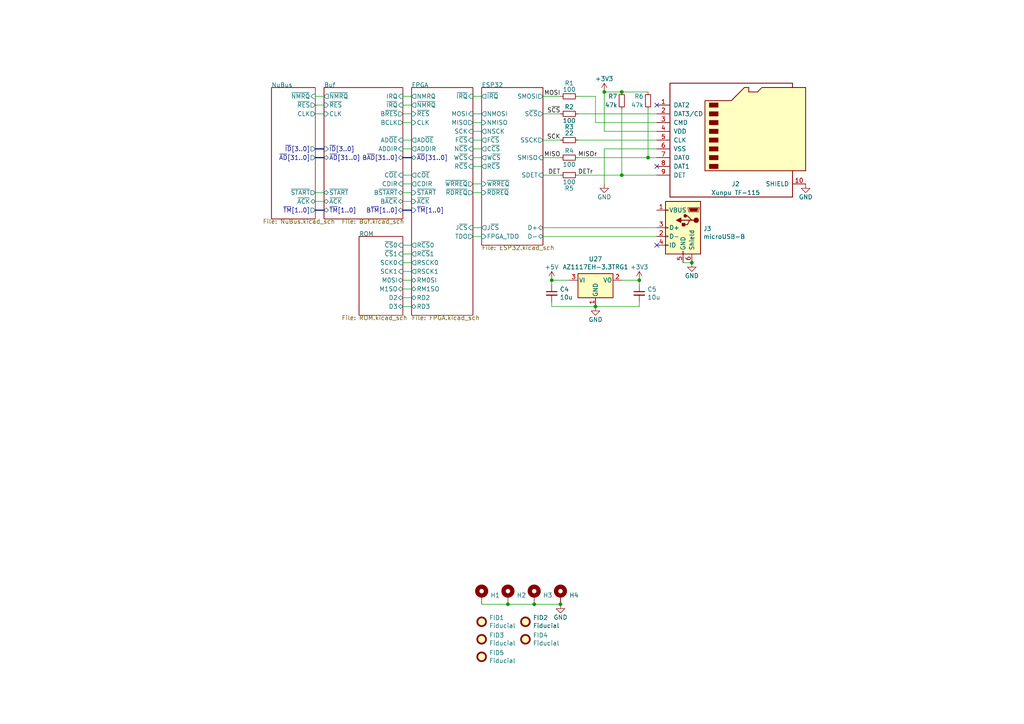
<source format=kicad_sch>
(kicad_sch (version 20211123) (generator eeschema)
  (paper "A4")
  (title_block (title "NuBus-ESP32") (date "2022-05-04") (rev "0.2") (company "Garrett's Workshop"))
  (lib_symbols
    (symbol "Connector:USB_B_Micro" (pin_names (offset 1.016))
      (property "Reference" "J" (at -5.08 11.43 0))
      (property "Value" "USB_B_Micro" (at -5.08 8.89 0))
      (symbol "USB_B_Micro_0_1"
        (rectangle (start -5.08 -7.62) (end 5.08 7.62) (stroke (width 0.254)) (fill (type background)))
        (circle (center -3.81 2.159) (radius 0.635) (stroke (width 0.254)) (fill (type outline)))
        (circle (center -0.635 3.429) (radius 0.381) (stroke (width 0.254)) (fill (type outline)))
        (rectangle (start -0.127 -7.62) (end 0.127 -6.858))
        (polyline (pts (xy -1.905 2.159) (xy 0.635 2.159)) (stroke (width 0.254)))
        (polyline (pts (xy -3.175 2.159) (xy -2.54 2.159) (xy -1.27 3.429) (xy -0.635 3.429)) (stroke (width 0.254)))
        (polyline (pts (xy -2.54 2.159) (xy -1.905 2.159) (xy -1.27 0.889) (xy 0 0.889)) (stroke (width 0.254)))
        (polyline (pts (xy 0.635 2.794) (xy 0.635 1.524) (xy 1.905 2.159) (xy 0.635 2.794)) (stroke (width 0.254)) (fill (type outline)))
        (polyline (pts (xy -4.318 5.588) (xy -1.778 5.588) (xy -2.032 4.826) (xy -4.064 4.826) (xy -4.318 5.588)) (fill (type outline)))
        (polyline (pts (xy -4.699 5.842) (xy -4.699 5.588) (xy -4.445 4.826) (xy -4.445 4.572) (xy -1.651 4.572) (xy -1.651 4.826) (xy -1.397 5.588) (xy -1.397 5.842) (xy -4.699 5.842)))
        (rectangle (start 0.254 1.27) (end -0.508 0.508) (stroke (width 0.254)) (fill (type outline)))
        (rectangle (start 5.08 -5.207) (end 4.318 -4.953))
        (rectangle (start 5.08 -2.667) (end 4.318 -2.413))
        (rectangle (start 5.08 -0.127) (end 4.318 0.127))
        (rectangle (start 5.08 4.953) (end 4.318 5.207))
      )
      (symbol "USB_B_Micro_1_1"
        (pin power_out line (at 7.62 5.08 180) (length 2.54) (name "VBUS") (number "1"))
        (pin bidirectional line (at 7.62 -2.54 180) (length 2.54) (name "D-") (number "2"))
        (pin bidirectional line (at 7.62 0 180) (length 2.54) (name "D+") (number "3"))
        (pin passive line (at 7.62 -5.08 180) (length 2.54) (name "ID") (number "4"))
        (pin power_out line (at 0 -10.16 90) (length 2.54) (name "GND") (number "5"))
        (pin passive line (at -2.54 -10.16 90) (length 2.54) (name "Shield") (number "6"))
      )
    )
    (symbol "Device:C_Small" (pin_numbers hide) (pin_names (offset 0.254) hide)
      (property "Reference" "C" (at 0.254 1.778 0))
      (property "Value" "C_Small" (at 0.254 -2.032 0))
      (symbol "C_Small_0_1"
        (polyline (pts (xy -1.524 -0.508) (xy 1.524 -0.508)) (stroke (width 0.3302)))
        (polyline (pts (xy -1.524 0.508) (xy 1.524 0.508)) (stroke (width 0.3048)))
      )
      (symbol "C_Small_1_1"
        (pin passive line (at 0 2.54 270) (length 2.032) (name "~") (number "1"))
        (pin passive line (at 0 -2.54 90) (length 2.032) (name "~") (number "2"))
      )
    )
    (symbol "Device:R_Small" (pin_numbers hide) (pin_names (offset 0.254) hide)
      (property "Reference" "R" (at 0.762 0.508 0))
      (property "Value" "R_Small" (at 0.762 -1.016 0))
      (symbol "R_Small_0_1"
        (rectangle (start -0.762 1.778) (end 0.762 -1.778) (stroke (width 0.2032)))
      )
      (symbol "R_Small_1_1"
        (pin passive line (at 0 2.54 270) (length 0.762) (name "~") (number "1"))
        (pin passive line (at 0 -2.54 90) (length 0.762) (name "~") (number "2"))
      )
    )
    (symbol "GW_Connector:Micro_SD_SingleDet" (pin_names (offset 1.016))
      (property "Reference" "J" (at -16.51 17.78 0))
      (property "Value" "Micro_SD_SingleDet" (at 16.51 17.78 0))
      (symbol "Micro_SD_SingleDet_0_1"
        (rectangle (start -7.62 -6.985) (end -5.08 -8.255) (fill (type outline)))
        (rectangle (start -7.62 -4.445) (end -5.08 -5.715) (fill (type outline)))
        (rectangle (start -7.62 -1.905) (end -5.08 -3.175) (fill (type outline)))
        (rectangle (start -7.62 0.635) (end -5.08 -0.635) (fill (type outline)))
        (rectangle (start -7.62 3.175) (end -5.08 1.905) (fill (type outline)))
        (rectangle (start -7.62 5.715) (end -5.08 4.445) (fill (type outline)))
        (rectangle (start -7.62 8.255) (end -5.08 6.985) (fill (type outline)))
        (rectangle (start -7.62 10.795) (end -5.08 9.525) (fill (type outline)))
        (polyline (pts (xy 16.51 15.24) (xy 16.51 16.51) (xy -19.05 16.51) (xy -19.05 -16.51) (xy 16.51 -16.51) (xy 16.51 -8.89)) (stroke (width 0.254)))
        (polyline (pts (xy -8.89 -8.89) (xy -8.89 11.43) (xy -1.27 11.43) (xy 2.54 15.24) (xy 3.81 15.24) (xy 3.81 13.97) (xy 6.35 13.97) (xy 7.62 15.24) (xy 20.32 15.24) (xy 20.32 -8.89) (xy -8.89 -8.89)) (stroke (width 0.254)) (fill (type background)))
      )
      (symbol "Micro_SD_SingleDet_1_1"
        (pin bidirectional line (at -22.86 10.16 0) (length 3.81) (name "DAT2") (number "1"))
        (pin passive line (at 20.32 -12.7 180) (length 3.81) (name "SHIELD") (number "10"))
        (pin bidirectional line (at -22.86 7.62 0) (length 3.81) (name "DAT3/CD") (number "2"))
        (pin input line (at -22.86 5.08 0) (length 3.81) (name "CMD") (number "3"))
        (pin power_in line (at -22.86 2.54 0) (length 3.81) (name "VDD") (number "4"))
        (pin input line (at -22.86 0 0) (length 3.81) (name "CLK") (number "5"))
        (pin power_in line (at -22.86 -2.54 0) (length 3.81) (name "VSS") (number "6"))
        (pin input line (at -22.86 -5.08 0) (length 3.81) (name "DAT0") (number "7"))
        (pin input line (at -22.86 -7.62 0) (length 3.81) (name "DAT1") (number "8"))
        (pin passive line (at -22.86 -10.16 0) (length 3.81) (name "DET") (number "9"))
      )
    )
    (symbol "GW_Power:AP1117-33" (pin_names (offset 0.254))
      (property "Reference" "U" (at -3.81 3.175 0))
      (property "Value" "AP1117-33" (at 0 3.175 0))
      (symbol "AP1117-33_0_1"
        (rectangle (start -5.08 -5.08) (end 5.08 1.905) (stroke (width 0.254)) (fill (type background)))
      )
      (symbol "AP1117-33_1_1"
        (pin power_in line (at 0 -7.62 90) (length 2.54) (name "GND") (number "1"))
        (pin power_out line (at 7.62 0 180) (length 2.54) (name "VO") (number "2"))
        (pin power_in line (at -7.62 0 0) (length 2.54) (name "VI") (number "3"))
      )
    )
    (symbol "Mechanical:Fiducial"
      (property "Reference" "FID" (at 0 5.08 0))
      (property "Value" "Fiducial" (at 0 3.175 0))
      (symbol "Fiducial_0_1"
        (circle (center 0 0) (radius 1.27) (stroke (width 0.508)) (fill (type background)))
      )
    )
    (symbol "Mechanical:MountingHole_Pad" (pin_numbers hide) (pin_names (offset 1.016) hide)
      (property "Reference" "H" (at 0 6.35 0))
      (property "Value" "MountingHole_Pad" (at 0 4.445 0))
      (symbol "MountingHole_Pad_0_1"
        (circle (center 0 1.27) (radius 1.27) (stroke (width 1.27)))
      )
      (symbol "MountingHole_Pad_1_1"
        (pin input line (at 0 -2.54 90) (length 2.54) (name "1") (number "1"))
      )
    )
    (symbol "power:+3V3" (power) (pin_names (offset 0))
      (property "Value" "+3V3" (at 0 3.556 0))
      (symbol "+3V3_0_1"
        (polyline (pts (xy -0.762 1.27) (xy 0 2.54)))
        (polyline (pts (xy 0 0) (xy 0 2.54)))
        (polyline (pts (xy 0 2.54) (xy 0.762 1.27)))
      )
      (symbol "+3V3_1_1"
        (pin power_in line (at 0 0 90) (length 0) hide (name "+3V3") (number "1"))
      )
    )
    (symbol "power:+5V" (power) (pin_names (offset 0))
      (property "Value" "+5V" (at 0 3.556 0))
      (symbol "+5V_0_1"
        (polyline (pts (xy -0.762 1.27) (xy 0 2.54)))
        (polyline (pts (xy 0 0) (xy 0 2.54)))
        (polyline (pts (xy 0 2.54) (xy 0.762 1.27)))
      )
      (symbol "+5V_1_1"
        (pin power_in line (at 0 0 90) (length 0) hide (name "+5V") (number "1"))
      )
    )
    (symbol "power:GND" (power) (pin_names (offset 0))
      (property "Value" "GND" (at 0 -3.81 0))
      (symbol "GND_0_1"
        (polyline (pts (xy 0 0) (xy 0 -1.27) (xy 1.27 -1.27) (xy 0 -2.54) (xy -1.27 -1.27) (xy 0 -1.27)))
      )
      (symbol "GND_1_1"
        (pin power_in line (at 0 0 270) (length 0) hide (name "GND") (number "1"))
      )
    )
  )
  (junction (at 147.32 175.26))
  (junction (at 200.66 76.2))
  (junction (at 180.34 50.8))
  (junction (at 187.96 45.72))
  (junction (at 185.42 81.28))
  (junction (at 162.56 175.26))
  (junction (at 172.72 88.9))
  (junction (at 154.94 175.26))
  (junction (at 175.26 26.67))
  (junction (at 160.02 81.28))
  (junction (at 180.34 26.67))
  (no_connect (at 190.5 48.26))
  (no_connect (at 190.5 71.12))
  (no_connect (at 190.5 30.48))
  (wire (pts (xy 157.48 33.02) (xy 162.56 33.02)))
  (wire (pts (xy 180.34 26.67) (xy 187.96 26.67)))
  (wire (pts (xy 91.44 58.42) (xy 93.98 58.42)))
  (wire (pts (xy 157.48 45.72) (xy 162.56 45.72)))
  (wire (pts (xy 116.84 33.02) (xy 119.38 33.02)))
  (wire (pts (xy 200.66 76.2) (xy 198.12 76.2)))
  (wire (pts (xy 91.44 33.02) (xy 93.98 33.02)))
  (wire (pts (xy 137.16 43.18) (xy 139.7 43.18)))
  (wire (pts (xy 185.42 88.9) (xy 172.72 88.9)))
  (wire (pts (xy 116.84 58.42) (xy 119.38 58.42)))
  (wire (pts (xy 167.64 27.94) (xy 172.72 27.94)))
  (wire (pts (xy 137.16 27.94) (xy 139.7 27.94)))
  (wire (pts (xy 167.64 50.8) (xy 180.34 50.8)))
  (wire (pts (xy 175.26 43.18) (xy 190.5 43.18)))
  (wire (pts (xy 137.16 45.72) (xy 139.7 45.72)))
  (wire (pts (xy 187.96 45.72) (xy 190.5 45.72)))
  (wire (pts (xy 180.34 50.8) (xy 190.5 50.8)))
  (wire (pts (xy 116.84 30.48) (xy 119.38 30.48)))
  (wire (pts (xy 137.16 55.88) (xy 139.7 55.88)))
  (wire (pts (xy 175.26 38.1) (xy 190.5 38.1)))
  (wire (pts (xy 137.16 40.64) (xy 139.7 40.64)))
  (wire (pts (xy 91.44 55.88) (xy 93.98 55.88)))
  (bus (pts (xy 116.84 45.72) (xy 119.38 45.72)))
  (wire (pts (xy 165.1 81.28) (xy 160.02 81.28)))
  (bus (pts (xy 91.44 43.18) (xy 93.98 43.18)))
  (wire (pts (xy 160.02 88.9) (xy 172.72 88.9)))
  (wire (pts (xy 167.64 45.72) (xy 187.96 45.72)))
  (wire (pts (xy 116.84 81.28) (xy 119.38 81.28)))
  (wire (pts (xy 160.02 81.28) (xy 160.02 82.55)))
  (wire (pts (xy 116.84 55.88) (xy 119.38 55.88)))
  (wire (pts (xy 167.64 40.64) (xy 190.5 40.64)))
  (wire (pts (xy 116.84 53.34) (xy 119.38 53.34)))
  (wire (pts (xy 162.56 27.94) (xy 157.48 27.94)))
  (wire (pts (xy 116.84 83.82) (xy 119.38 83.82)))
  (wire (pts (xy 147.32 175.26) (xy 154.94 175.26)))
  (wire (pts (xy 175.26 53.34) (xy 175.26 43.18)))
  (wire (pts (xy 157.48 40.64) (xy 162.56 40.64)))
  (wire (pts (xy 116.84 71.12) (xy 119.38 71.12)))
  (wire (pts (xy 157.48 68.58) (xy 190.5 68.58)))
  (wire (pts (xy 116.84 40.64) (xy 119.38 40.64)))
  (bus (pts (xy 116.84 60.96) (xy 119.38 60.96)))
  (wire (pts (xy 91.44 30.48) (xy 93.98 30.48)))
  (bus (pts (xy 91.44 45.72) (xy 93.98 45.72)))
  (wire (pts (xy 185.42 81.28) (xy 180.34 81.28)))
  (wire (pts (xy 187.96 45.72) (xy 187.96 31.75)))
  (wire (pts (xy 116.84 35.56) (xy 119.38 35.56)))
  (wire (pts (xy 116.84 76.2) (xy 119.38 76.2)))
  (wire (pts (xy 172.72 35.56) (xy 190.5 35.56)))
  (wire (pts (xy 190.5 33.02) (xy 167.64 33.02)))
  (wire (pts (xy 137.16 38.1) (xy 139.7 38.1)))
  (wire (pts (xy 180.34 50.8) (xy 180.34 31.75)))
  (wire (pts (xy 116.84 86.36) (xy 119.38 86.36)))
  (wire (pts (xy 137.16 53.34) (xy 139.7 53.34)))
  (wire (pts (xy 137.16 66.04) (xy 139.7 66.04)))
  (wire (pts (xy 185.42 87.63) (xy 185.42 88.9)))
  (wire (pts (xy 116.84 43.18) (xy 119.38 43.18)))
  (wire (pts (xy 116.84 78.74) (xy 119.38 78.74)))
  (wire (pts (xy 137.16 33.02) (xy 139.7 33.02)))
  (bus (pts (xy 91.44 60.96) (xy 93.98 60.96)))
  (wire (pts (xy 160.02 87.63) (xy 160.02 88.9)))
  (wire (pts (xy 137.16 68.58) (xy 139.7 68.58)))
  (wire (pts (xy 175.26 26.67) (xy 180.34 26.67)))
  (wire (pts (xy 91.44 27.94) (xy 93.98 27.94)))
  (wire (pts (xy 172.72 27.94) (xy 172.72 35.56)))
  (wire (pts (xy 116.84 73.66) (xy 119.38 73.66)))
  (wire (pts (xy 157.48 66.04) (xy 190.5 66.04)))
  (wire (pts (xy 154.94 175.26) (xy 162.56 175.26)))
  (wire (pts (xy 157.48 50.8) (xy 162.56 50.8)))
  (wire (pts (xy 175.26 26.67) (xy 175.26 38.1)))
  (wire (pts (xy 116.84 88.9) (xy 119.38 88.9)))
  (wire (pts (xy 137.16 48.26) (xy 139.7 48.26)))
  (wire (pts (xy 139.7 175.26) (xy 147.32 175.26)))
  (wire (pts (xy 116.84 27.94) (xy 119.38 27.94)))
  (wire (pts (xy 137.16 35.56) (xy 139.7 35.56)))
  (wire (pts (xy 185.42 81.28) (xy 185.42 82.55)))
  (wire (pts (xy 116.84 50.8) (xy 119.38 50.8)))
  (label "S~{CS}" (at 162.56 33.02 180))
  (label "SCK" (at 162.56 40.64 180))
  (label "DET" (at 162.56 50.8 180))
  (label "MISOr" (at 167.64 45.72 0))
  (label "DETr" (at 167.64 50.8 0))
  (label "MISO" (at 162.56 45.72 180))
  (label "MOSI" (at 162.56 27.94 180))
  (symbol (lib_id "Mechanical:MountingHole_Pad") (at 154.94 172.72 0) (unit 1)
    (property "Reference" "H3" (at 157.48 172.6438 0) (effects (justify left)))
    (property "Value" " " (effects hide))
    (property "Footprint" "stdpads:PasteHole_1.152mm_NPTH" (effects hide))
  )
  (symbol (lib_id "Mechanical:MountingHole_Pad") (at 162.56 172.72 0) (unit 1)
    (property "Reference" "H4" (at 165.1 172.6438 0) (effects (justify left)))
    (property "Value" " " (effects hide))
    (property "Footprint" "stdpads:PasteHole_1.152mm_NPTH" (effects hide))
  )
  (symbol (lib_id "power:GND") (at 162.56 175.26 0) (mirror y) (unit 1)
    (property "Reference" "#PWR0145" (effects hide))
    (property "Value" "GND" (at 162.56 179.07 0))
  )
  (symbol (lib_id "Mechanical:Fiducial") (at 139.7 180.34 0) (unit 1)
    (property "Reference" "FID1" (at 141.859 179.1716 0) (effects (justify left)))
    (property "Value" "Fiducial" (at 141.859 181.483 0) (effects (justify left)))
    (property "Footprint" "stdpads:Fiducial" (effects hide))
  )
  (symbol (lib_id "Mechanical:Fiducial") (at 152.4 180.34 0) (unit 1)
    (property "Reference" "FID2" (at 154.559 179.1716 0) (effects (justify left)))
    (property "Value" "Fiducial" (at 154.559 181.483 0) (effects (justify left)))
    (property "Footprint" "stdpads:Fiducial" (effects hide))
  )
  (symbol (lib_id "Mechanical:Fiducial") (at 139.7 185.42 0) (unit 1)
    (property "Reference" "FID3" (at 141.859 184.2516 0) (effects (justify left)))
    (property "Value" "Fiducial" (at 141.859 186.563 0) (effects (justify left)))
    (property "Footprint" "stdpads:Fiducial" (effects hide))
  )
  (symbol (lib_id "Mechanical:Fiducial") (at 152.4 185.42 0) (unit 1)
    (property "Reference" "FID4" (at 154.559 184.2516 0) (effects (justify left)))
    (property "Value" "Fiducial" (at 154.559 186.563 0) (effects (justify left)))
    (property "Footprint" "stdpads:Fiducial" (effects hide))
  )
  (symbol (lib_id "Mechanical:MountingHole_Pad") (at 139.7 172.72 0) (unit 1)
    (property "Reference" "H1" (at 142.24 172.6438 0) (effects (justify left)))
    (property "Value" " " (effects hide))
    (property "Footprint" "stdpads:PasteHole_1.152mm_NPTH" (effects hide))
  )
  (symbol (lib_id "Mechanical:MountingHole_Pad") (at 147.32 172.72 0) (unit 1)
    (property "Reference" "H2" (at 149.86 172.6438 0) (effects (justify left)))
    (property "Value" " " (effects hide))
    (property "Footprint" "stdpads:PasteHole_1.152mm_NPTH" (effects hide))
  )
  (symbol (lib_id "power:GND") (at 233.68 53.34 0) (unit 1)
    (property "Reference" "#PWR0137" (effects hide))
    (property "Value" "GND" (at 233.68 57.15 0))
  )
  (symbol (lib_id "GW_Connector:Micro_SD_SingleDet") (at 213.36 40.64 0) (unit 1)
    (property "Reference" "J2" (at 213.36 53.34 0))
    (property "Value" "Xunpu TF-115" (at 213.36 55.88 0))
    (property "Footprint" "stdpads:Xunpu_TF-115_microSD" (effects hide))
    (property "LCSC Part" "C266620" (effects hide))
  )
  (symbol (lib_id "power:GND") (at 175.26 53.34 0) (unit 1)
    (property "Reference" "#PWR0138" (effects hide))
    (property "Value" "GND" (at 175.26 57.15 0))
  )
  (symbol (lib_id "power:+3V3") (at 175.26 26.67 0) (unit 1)
    (property "Reference" "#PWR0139" (effects hide))
    (property "Value" "+3V3" (at 175.26 22.86 0))
  )
  (symbol (lib_id "Mechanical:Fiducial") (at 139.7 190.5 0) (unit 1)
    (property "Reference" "FID5" (at 141.859 189.3316 0) (effects (justify left)))
    (property "Value" "Fiducial" (at 141.859 191.643 0) (effects (justify left)))
    (property "Footprint" "stdpads:Fiducial" (effects hide))
  )
  (symbol (lib_id "Device:R_Small") (at 165.1 50.8 90) (unit 1)
    (property "Reference" "R5" (at 165.1 54.61 90))
    (property "Value" "100" (at 165.1 52.07 90) (effects (justify bottom)))
    (property "Footprint" "stdpads:R_0805" (effects hide))
    (property "LCSC Part" "C17408" (effects hide))
  )
  (symbol (lib_id "Device:R_Small") (at 165.1 45.72 90) (unit 1)
    (property "Reference" "R4" (at 165.1 44.45 90) (effects (justify top)))
    (property "Value" "100" (at 165.1 46.99 90) (effects (justify bottom)))
    (property "Footprint" "stdpads:R_0805" (effects hide))
    (property "LCSC Part" "C17408" (effects hide))
  )
  (symbol (lib_id "Device:R_Small") (at 165.1 40.64 90) (mirror x) (unit 1)
    (property "Reference" "R3" (at 165.1 36.83 90))
    (property "Value" "22" (at 165.1 39.37 90) (effects (justify bottom)))
    (property "Footprint" "stdpads:R_0805" (effects hide))
    (property "LCSC Part" "C17561" (effects hide))
  )
  (symbol (lib_id "Device:R_Small") (at 165.1 27.94 90) (mirror x) (unit 1)
    (property "Reference" "R1" (at 165.1 24.13 90))
    (property "Value" "100" (at 165.1 26.67 90) (effects (justify bottom)))
    (property "Footprint" "stdpads:R_0805" (effects hide))
    (property "LCSC Part" "C17408" (effects hide))
  )
  (symbol (lib_id "Device:R_Small") (at 180.34 29.21 0) (unit 1)
    (property "Reference" "R7" (at 179.07 27.94 0) (effects (justify right)))
    (property "Value" "47k" (at 179.07 30.48 0) (effects (justify right)))
    (property "Footprint" "stdpads:R_0805" (effects hide))
    (property "LCSC Part" "C17713" (effects hide))
  )
  (symbol (lib_id "Device:R_Small") (at 165.1 33.02 90) (unit 1)
    (property "Reference" "R2" (at 165.1 31.75 90) (effects (justify top)))
    (property "Value" "100" (at 165.1 34.29 90) (effects (justify bottom)))
    (property "Footprint" "stdpads:R_0805" (effects hide))
    (property "LCSC Part" "C17408" (effects hide))
  )
  (symbol (lib_id "GW_Power:AP1117-33") (at 172.72 81.28 0) (unit 1)
    (property "Reference" "U27" (at 172.72 75.1332 0))
    (property "Value" "AZ1117EH-3.3TRG1" (at 172.72 77.4446 0))
    (property "Footprint" "stdpads:SOT-223" (effects hide))
    (property "Datasheet" "http://www.diodes.com/datasheets/AP1117.pdf" (effects hide))
    (property "LCSC Part" "C108494" (effects hide))
  )
  (symbol (lib_id "power:GND") (at 172.72 88.9 0) (unit 1)
    (property "Reference" "#PWR0102" (effects hide))
    (property "Value" "GND" (at 172.72 92.71 0))
  )
  (symbol (lib_id "power:+3V3") (at 185.42 81.28 0) (mirror y) (unit 1)
    (property "Reference" "#PWR0103" (effects hide))
    (property "Value" "+3V3" (at 185.42 77.47 0))
  )
  (symbol (lib_id "power:+5V") (at 160.02 81.28 0) (unit 1)
    (property "Reference" "#PWR0107" (effects hide))
    (property "Value" "+5V" (at 160.02 77.47 0))
  )
  (symbol (lib_id "Device:C_Small") (at 160.02 85.09 0) (unit 1)
    (property "Reference" "C4" (at 162.3568 83.9216 0) (effects (justify left)))
    (property "Value" "10u" (at 162.3568 86.233 0) (effects (justify left)))
    (property "Footprint" "stdpads:C_0805" (effects hide))
    (property "LCSC Part" "C15850" (effects hide))
  )
  (symbol (lib_id "Device:C_Small") (at 185.42 85.09 0) (mirror y) (unit 1)
    (property "Reference" "C5" (at 187.7568 83.9216 0) (effects (justify right)))
    (property "Value" "10u" (at 187.7568 86.233 0) (effects (justify right)))
    (property "Footprint" "stdpads:C_0805" (effects hide))
    (property "LCSC Part" "C15850" (effects hide))
  )
  (symbol (lib_id "Connector:USB_B_Micro") (at 198.12 66.04 0) (mirror y) (unit 1)
    (property "Reference" "J3" (at 203.962 66.3194 0) (effects (justify right)))
    (property "Value" "microUSB-B" (at 203.962 68.6308 0) (effects (justify right)))
    (property "Footprint" "stdpads:USB_Micro-B_ShouHan_MicroXNJ" (effects hide))
    (property "LCSC Part" "C404969" (effects hide))
  )
  (symbol (lib_id "power:GND") (at 200.66 76.2 0) (unit 1)
    (property "Reference" "#PWR0101" (effects hide))
    (property "Value" "GND" (at 200.66 80.01 0))
  )
  (symbol (lib_id "Device:R_Small") (at 187.96 29.21 0) (unit 1)
    (property "Reference" "R6" (at 186.69 27.94 0) (effects (justify right)))
    (property "Value" "47k" (at 186.69 30.48 0) (effects (justify right)))
    (property "Footprint" "stdpads:R_0805" (effects hide))
    (property "LCSC Part" "C17713" (effects hide))
  )
  (sheet (at 78.74 25.4) (size 12.7 38.1)
    (property "Sheet name" "NuBus" (at 78.74 25.4 0) (effects (justify left bottom)))
    (property "Sheet file" "NuBus.kicad_sch" (at 76.2 63.5 0) (effects (justify left top)))
    (pin "~{START}" output (at 91.44 55.88 0))
    (pin "CLK" output (at 91.44 33.02 0))
    (pin "~{NMRQ}" input (at 91.44 27.94 0))
    (pin "~{ACK}" bidirectional (at 91.44 58.42 0))
    (pin "~{TM}[1..0]" output (at 91.44 60.96 0))
    (pin "~{AD}[31..0]" output (at 91.44 45.72 0))
    (pin "~{ID}[3..0]" output (at 91.44 43.18 0))
    (pin "~{RES}" output (at 91.44 30.48 0))
  )
  (sheet (at 139.7 25.4) (size 17.78 45.72)
    (property "Sheet name" "ESP32" (at 139.7 25.4 0) (effects (justify left bottom)))
    (property "Sheet file" "ESP32.kicad_sch" (at 139.7 71.12 0) (effects (justify left top)))
    (pin "D-" bidirectional (at 157.48 68.58 0))
    (pin "D+" bidirectional (at 157.48 66.04 0))
    (pin "SMOSI" output (at 157.48 27.94 0))
    (pin "S~{CS}" output (at 157.48 33.02 0))
    (pin "SMISO" input (at 157.48 45.72 0))
    (pin "SDET" input (at 157.48 50.8 0))
    (pin "SSCK" output (at 157.48 40.64 0))
    (pin "~{WRREQ}" input (at 139.7 53.34 180))
    (pin "~{RDREQ}" input (at 139.7 55.88 180))
    (pin "FPGA_TDO" input (at 139.7 68.58 180))
    (pin "C~{CS}" output (at 139.7 43.18 180))
    (pin "J~{CS}" output (at 139.7 66.04 180))
    (pin "F~{CS}" output (at 139.7 40.64 180))
    (pin "W~{CS}" output (at 139.7 45.72 180))
    (pin "R~{CS}" output (at 139.7 48.26 180))
    (pin "~{IRQ}" output (at 139.7 27.94 180))
    (pin "NSCK" output (at 139.7 38.1 180))
    (pin "NMOSI" output (at 139.7 33.02 180))
    (pin "NMISO" input (at 139.7 35.56 180))
  )
  (sheet (at 93.98 25.4) (size 22.86 38.1) (stroke (width 0.1524))
    (property "Sheet name" "Buf" (at 93.98 25.4 0) (effects (justify left bottom)))
    (property "Sheet file" "Buf.kicad_sch" (at 99.06 63.5 0) (effects (justify left top)))
    (pin "ADDIR" input (at 116.84 43.18 0))
    (pin "AD~{OE}" input (at 116.84 40.64 0))
    (pin "B~{AD}[31..0]" bidirectional (at 116.84 45.72 0))
    (pin "~{AD}[31..0]" bidirectional (at 93.98 45.72 180))
    (pin "B~{RES}" output (at 116.84 33.02 0))
    (pin "~{TM}[1..0]" bidirectional (at 93.98 60.96 180))
    (pin "~{ACK}" bidirectional (at 93.98 58.42 180))
    (pin "CDIR" input (at 116.84 53.34 0))
    (pin "~{START}" bidirectional (at 93.98 55.88 180))
    (pin "BCLK" output (at 116.84 35.56 0))
    (pin "B~{ACK}" bidirectional (at 116.84 58.42 0))
    (pin "B~{START}" bidirectional (at 116.84 55.88 0))
    (pin "B~{TM}[1..0]" bidirectional (at 116.84 60.96 0))
    (pin "CLK" input (at 93.98 33.02 180))
    (pin "~{RES}" input (at 93.98 30.48 180))
    (pin "~{ID}[3..0]" input (at 93.98 43.18 180))
    (pin "C~{OE}" input (at 116.84 50.8 0))
    (pin "~{NMRQ}" output (at 93.98 27.94 180))
    (pin "IRQ" input (at 116.84 27.94 0))
    (pin "~{IRQ}" input (at 116.84 30.48 0))
  )
  (sheet (at 119.38 25.4) (size 17.78 66.04) (stroke (width 0.1524))
    (property "Sheet name" "FPGA" (at 119.38 25.4 0) (effects (justify left bottom)))
    (property "Sheet file" "FPGA.kicad_sch" (at 119.38 91.44 0) (effects (justify left top)))
    (pin "MISO" output (at 137.16 35.56 0))
    (pin "~{WRREQ}" output (at 137.16 53.34 0))
    (pin "~{RDREQ}" output (at 137.16 55.88 0))
    (pin "ADDIR" output (at 119.38 43.18 180))
    (pin "AD~{OE}" output (at 119.38 40.64 180))
    (pin "~{RES}" input (at 119.38 33.02 180))
    (pin "MOSI" input (at 137.16 33.02 0))
    (pin "SCK" input (at 137.16 38.1 0))
    (pin "~{ACK}" input (at 119.38 58.42 180))
    (pin "~{START}" input (at 119.38 55.88 180))
    (pin "~{TM}[1..0]" input (at 119.38 60.96 180))
    (pin "~{AD}[31..0]" bidirectional (at 119.38 45.72 180))
    (pin "CLK" input (at 119.38 35.56 180))
    (pin "CDIR" output (at 119.38 53.34 180))
    (pin "W~{CS}" input (at 137.16 45.72 0))
    (pin "F~{CS}" input (at 137.16 40.64 0))
    (pin "RSCK1" output (at 119.38 78.74 180))
    (pin "RM1SO" bidirectional (at 119.38 83.82 180))
    (pin "RD2" bidirectional (at 119.38 86.36 180))
    (pin "RM0SI" bidirectional (at 119.38 81.28 180))
    (pin "R~{CS}1" output (at 119.38 73.66 180))
    (pin "RSCK0" output (at 119.38 76.2 180))
    (pin "R~{CS}0" output (at 119.38 71.12 180))
    (pin "RD3" bidirectional (at 119.38 88.9 180))
    (pin "R~{CS}" input (at 137.16 48.26 0))
    (pin "N~{CS}" input (at 137.16 43.18 0))
    (pin "TDO" output (at 137.16 68.58 0))
    (pin "C~{OE}" output (at 119.38 50.8 180))
    (pin "NMRQ" output (at 119.38 27.94 180))
    (pin "~{IRQ}" input (at 137.16 27.94 0))
    (pin "J~{CS}" input (at 137.16 66.04 0))
    (pin "~{NMRQ}" output (at 119.38 30.48 180))
  )
  (sheet (at 104.14 68.58) (size 12.7 22.86) (stroke (width 0.1524))
    (property "Sheet name" "ROM" (at 104.14 68.58 0) (effects (justify left bottom)))
    (property "Sheet file" "ROM.kicad_sch" (at 99.06 91.44 0) (effects (justify left top)))
    (pin "SCK0" input (at 116.84 76.2 0))
    (pin "SCK1" input (at 116.84 78.74 0))
    (pin "~{CS}0" input (at 116.84 71.12 0))
    (pin "~{CS}1" input (at 116.84 73.66 0))
    (pin "D3" bidirectional (at 116.84 88.9 0))
    (pin "M1SO" bidirectional (at 116.84 83.82 0))
    (pin "M0SI" bidirectional (at 116.84 81.28 0))
    (pin "D2" bidirectional (at 116.84 86.36 0))
  )
)
</source>
